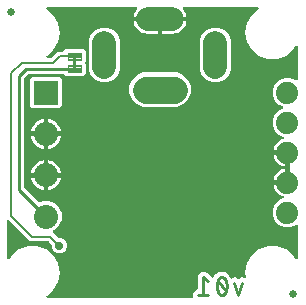
<source format=gbl>
G04 EAGLE Gerber RS-274X export*
G75*
%MOMM*%
%FSLAX34Y34*%
%LPD*%
%INBottom Copper*%
%IPPOS*%
%AMOC8*
5,1,8,0,0,1.08239X$1,22.5*%
G01*
%ADD10C,0.279400*%
%ADD11C,0.635000*%
%ADD12C,0.099059*%
%ADD13C,1.879600*%
%ADD14R,2.032000X2.032000*%
%ADD15C,2.032000*%
%ADD16C,2.000000*%
%ADD17C,2.300000*%
%ADD18C,0.736600*%
%ADD19C,0.705600*%
%ADD20C,0.203200*%
%ADD21C,0.254000*%

G36*
X160478Y4073D02*
X160478Y4073D01*
X160536Y4071D01*
X160618Y4093D01*
X160701Y4105D01*
X160755Y4128D01*
X160811Y4143D01*
X160884Y4186D01*
X160961Y4221D01*
X161005Y4259D01*
X161056Y4288D01*
X161113Y4350D01*
X161178Y4404D01*
X161210Y4453D01*
X161250Y4496D01*
X161288Y4571D01*
X161335Y4641D01*
X161353Y4697D01*
X161379Y4749D01*
X161391Y4817D01*
X161421Y4912D01*
X161424Y5012D01*
X161435Y5080D01*
X161435Y8319D01*
X164039Y10923D01*
X164583Y10923D01*
X164640Y10931D01*
X164699Y10929D01*
X164780Y10951D01*
X164864Y10963D01*
X164917Y10986D01*
X164974Y11001D01*
X165046Y11044D01*
X165123Y11079D01*
X165168Y11117D01*
X165218Y11146D01*
X165276Y11208D01*
X165340Y11262D01*
X165373Y11311D01*
X165413Y11354D01*
X165451Y11429D01*
X165498Y11499D01*
X165516Y11555D01*
X165542Y11607D01*
X165554Y11675D01*
X165584Y11770D01*
X165586Y11870D01*
X165598Y11938D01*
X165598Y21161D01*
X165589Y21224D01*
X165592Y21273D01*
X165421Y22810D01*
X165462Y22890D01*
X165479Y22916D01*
X165481Y22923D01*
X165520Y22989D01*
X165528Y23020D01*
X165542Y23048D01*
X165555Y23125D01*
X165591Y23264D01*
X165590Y23297D01*
X166686Y24393D01*
X166724Y24444D01*
X166761Y24476D01*
X167727Y25684D01*
X167816Y25713D01*
X167924Y25741D01*
X167951Y25757D01*
X167981Y25766D01*
X168045Y25812D01*
X168169Y25885D01*
X168192Y25909D01*
X169741Y25909D01*
X169804Y25918D01*
X169853Y25915D01*
X171390Y26086D01*
X171474Y26043D01*
X171570Y25986D01*
X171600Y25979D01*
X171628Y25964D01*
X171705Y25951D01*
X171845Y25915D01*
X171878Y25916D01*
X172973Y24820D01*
X173024Y24782D01*
X173057Y24746D01*
X177300Y21351D01*
X177378Y21305D01*
X177451Y21251D01*
X177500Y21233D01*
X177545Y21206D01*
X177633Y21183D01*
X177718Y21152D01*
X177770Y21148D01*
X177820Y21135D01*
X177911Y21137D01*
X178001Y21130D01*
X178052Y21141D01*
X178104Y21143D01*
X178191Y21170D01*
X178279Y21189D01*
X178326Y21213D01*
X178375Y21229D01*
X178451Y21279D01*
X178531Y21322D01*
X178568Y21358D01*
X178612Y21387D01*
X178670Y21456D01*
X178735Y21519D01*
X178757Y21559D01*
X178795Y21604D01*
X178858Y21746D01*
X178895Y21814D01*
X179338Y23105D01*
X183263Y25909D01*
X188087Y25909D01*
X192012Y23105D01*
X192685Y21142D01*
X192717Y21078D01*
X192733Y21027D01*
X192804Y20880D01*
X192879Y20769D01*
X192952Y20658D01*
X192958Y20652D01*
X192963Y20645D01*
X193066Y20559D01*
X193167Y20472D01*
X193174Y20468D01*
X193181Y20463D01*
X193303Y20409D01*
X193425Y20353D01*
X193433Y20352D01*
X193441Y20348D01*
X193573Y20330D01*
X193706Y20310D01*
X193714Y20311D01*
X193723Y20310D01*
X194004Y20352D01*
X194022Y20360D01*
X194037Y20362D01*
X196754Y21268D01*
X199289Y20000D01*
X199305Y19995D01*
X199319Y19985D01*
X199440Y19950D01*
X199558Y19910D01*
X199575Y19909D01*
X199592Y19904D01*
X199718Y19903D01*
X199842Y19898D01*
X199859Y19902D01*
X199876Y19902D01*
X199944Y19922D01*
X200119Y19965D01*
X200160Y19989D01*
X200197Y20000D01*
X202732Y21268D01*
X204984Y20517D01*
X205009Y20512D01*
X205032Y20502D01*
X205148Y20487D01*
X205263Y20466D01*
X205288Y20468D01*
X205313Y20465D01*
X205429Y20482D01*
X205546Y20494D01*
X205570Y20503D01*
X205595Y20507D01*
X205701Y20556D01*
X205810Y20600D01*
X205830Y20615D01*
X205853Y20626D01*
X205942Y20702D01*
X206035Y20774D01*
X206049Y20795D01*
X206068Y20811D01*
X206133Y20909D01*
X206202Y21004D01*
X206210Y21028D01*
X206224Y21049D01*
X206258Y21161D01*
X206298Y21272D01*
X206300Y21297D01*
X206307Y21321D01*
X206307Y21398D01*
X206317Y21555D01*
X206305Y21612D01*
X206305Y21656D01*
X205645Y25400D01*
X207029Y33251D01*
X211015Y40155D01*
X217122Y45280D01*
X224614Y48007D01*
X232586Y48007D01*
X240078Y45280D01*
X246185Y40156D01*
X248041Y36941D01*
X248053Y36926D01*
X248061Y36908D01*
X248140Y36814D01*
X248216Y36717D01*
X248232Y36706D01*
X248245Y36691D01*
X248347Y36623D01*
X248446Y36551D01*
X248465Y36544D01*
X248481Y36533D01*
X248598Y36496D01*
X248714Y36454D01*
X248734Y36453D01*
X248752Y36447D01*
X248875Y36444D01*
X248998Y36436D01*
X249017Y36441D01*
X249036Y36440D01*
X249155Y36471D01*
X249275Y36498D01*
X249293Y36507D01*
X249311Y36512D01*
X249417Y36574D01*
X249525Y36633D01*
X249539Y36647D01*
X249556Y36657D01*
X249640Y36747D01*
X249727Y36833D01*
X249737Y36850D01*
X249750Y36864D01*
X249806Y36974D01*
X249866Y37081D01*
X249871Y37100D01*
X249880Y37118D01*
X249892Y37190D01*
X249931Y37358D01*
X249929Y37409D01*
X249935Y37449D01*
X249935Y64785D01*
X249919Y64899D01*
X249909Y65013D01*
X249899Y65039D01*
X249895Y65067D01*
X249848Y65172D01*
X249807Y65279D01*
X249791Y65301D01*
X249779Y65326D01*
X249705Y65414D01*
X249636Y65505D01*
X249613Y65522D01*
X249596Y65543D01*
X249500Y65607D01*
X249408Y65675D01*
X249382Y65685D01*
X249359Y65701D01*
X249249Y65735D01*
X249142Y65776D01*
X249114Y65778D01*
X249088Y65786D01*
X248973Y65789D01*
X248859Y65799D01*
X248834Y65793D01*
X248804Y65794D01*
X248547Y65727D01*
X248531Y65723D01*
X243776Y63753D01*
X238824Y63753D01*
X234249Y65648D01*
X230748Y69149D01*
X228853Y73724D01*
X228853Y78676D01*
X230748Y83251D01*
X234249Y86752D01*
X237911Y88269D01*
X237971Y88304D01*
X238035Y88330D01*
X238093Y88376D01*
X238156Y88413D01*
X238204Y88463D01*
X238258Y88506D01*
X238301Y88566D01*
X238351Y88620D01*
X238383Y88681D01*
X238423Y88738D01*
X238448Y88807D01*
X238482Y88873D01*
X238495Y88940D01*
X238518Y89006D01*
X238522Y89079D01*
X238537Y89152D01*
X238531Y89220D01*
X238535Y89289D01*
X238519Y89361D01*
X238512Y89435D01*
X238487Y89499D01*
X238472Y89567D01*
X238437Y89631D01*
X238410Y89700D01*
X238368Y89755D01*
X238335Y89816D01*
X238283Y89868D01*
X238239Y89927D01*
X238183Y89968D01*
X238134Y90017D01*
X238079Y90046D01*
X238011Y90097D01*
X237903Y90138D01*
X237837Y90172D01*
X236717Y90536D01*
X235043Y91389D01*
X233522Y92494D01*
X232194Y93822D01*
X231089Y95343D01*
X230236Y97017D01*
X229655Y98804D01*
X229534Y99569D01*
X240284Y99569D01*
X240342Y99577D01*
X240400Y99575D01*
X240482Y99597D01*
X240565Y99609D01*
X240619Y99633D01*
X240675Y99647D01*
X240748Y99690D01*
X240825Y99725D01*
X240869Y99763D01*
X240920Y99793D01*
X240977Y99854D01*
X241042Y99909D01*
X241074Y99957D01*
X241114Y100000D01*
X241153Y100075D01*
X241199Y100145D01*
X241217Y100201D01*
X241244Y100253D01*
X241255Y100321D01*
X241285Y100416D01*
X241288Y100516D01*
X241299Y100584D01*
X241299Y101601D01*
X242316Y101601D01*
X242374Y101609D01*
X242432Y101608D01*
X242514Y101629D01*
X242597Y101641D01*
X242651Y101665D01*
X242707Y101679D01*
X242780Y101722D01*
X242857Y101757D01*
X242902Y101795D01*
X242952Y101825D01*
X243010Y101886D01*
X243074Y101941D01*
X243106Y101989D01*
X243146Y102032D01*
X243185Y102107D01*
X243231Y102177D01*
X243249Y102233D01*
X243276Y102285D01*
X243287Y102353D01*
X243317Y102448D01*
X243320Y102548D01*
X243331Y102616D01*
X243331Y125984D01*
X243323Y126042D01*
X243325Y126100D01*
X243303Y126182D01*
X243291Y126265D01*
X243267Y126319D01*
X243253Y126375D01*
X243210Y126448D01*
X243175Y126525D01*
X243137Y126569D01*
X243107Y126620D01*
X243046Y126677D01*
X242991Y126742D01*
X242943Y126774D01*
X242900Y126814D01*
X242825Y126853D01*
X242755Y126899D01*
X242699Y126917D01*
X242647Y126944D01*
X242579Y126955D01*
X242484Y126985D01*
X242384Y126988D01*
X242316Y126999D01*
X241299Y126999D01*
X241299Y128016D01*
X241291Y128074D01*
X241292Y128132D01*
X241271Y128214D01*
X241259Y128297D01*
X241235Y128351D01*
X241221Y128407D01*
X241178Y128480D01*
X241143Y128557D01*
X241105Y128602D01*
X241075Y128652D01*
X241014Y128710D01*
X240959Y128774D01*
X240911Y128806D01*
X240868Y128846D01*
X240793Y128885D01*
X240723Y128931D01*
X240667Y128949D01*
X240615Y128976D01*
X240547Y128987D01*
X240452Y129017D01*
X240352Y129020D01*
X240284Y129031D01*
X229534Y129031D01*
X229655Y129796D01*
X230236Y131583D01*
X231089Y133257D01*
X232194Y134778D01*
X233522Y136106D01*
X235043Y137211D01*
X236717Y138064D01*
X237837Y138428D01*
X237899Y138458D01*
X237965Y138479D01*
X238026Y138520D01*
X238092Y138553D01*
X238143Y138599D01*
X238201Y138638D01*
X238248Y138694D01*
X238303Y138743D01*
X238339Y138802D01*
X238384Y138855D01*
X238414Y138922D01*
X238453Y138985D01*
X238471Y139052D01*
X238499Y139115D01*
X238509Y139188D01*
X238529Y139259D01*
X238529Y139328D01*
X238538Y139397D01*
X238528Y139469D01*
X238527Y139543D01*
X238507Y139610D01*
X238498Y139678D01*
X238467Y139745D01*
X238446Y139816D01*
X238409Y139874D01*
X238380Y139937D01*
X238333Y139993D01*
X238293Y140055D01*
X238241Y140101D01*
X238196Y140153D01*
X238143Y140186D01*
X238079Y140243D01*
X237975Y140292D01*
X237911Y140331D01*
X234249Y141848D01*
X230748Y145349D01*
X228853Y149924D01*
X228853Y154876D01*
X230748Y159451D01*
X234249Y162952D01*
X237171Y164162D01*
X237196Y164177D01*
X237224Y164186D01*
X237319Y164249D01*
X237416Y164307D01*
X237436Y164328D01*
X237461Y164344D01*
X237534Y164431D01*
X237611Y164513D01*
X237625Y164539D01*
X237644Y164562D01*
X237690Y164665D01*
X237741Y164766D01*
X237747Y164795D01*
X237759Y164822D01*
X237775Y164934D01*
X237796Y165045D01*
X237794Y165074D01*
X237798Y165103D01*
X237782Y165215D01*
X237772Y165328D01*
X237761Y165355D01*
X237757Y165385D01*
X237711Y165488D01*
X237670Y165593D01*
X237652Y165617D01*
X237640Y165644D01*
X237567Y165730D01*
X237498Y165820D01*
X237475Y165838D01*
X237456Y165860D01*
X237389Y165902D01*
X237271Y165990D01*
X237212Y166012D01*
X237171Y166038D01*
X234249Y167248D01*
X230748Y170749D01*
X228853Y175324D01*
X228853Y180276D01*
X230748Y184851D01*
X234249Y188352D01*
X238824Y190247D01*
X243776Y190247D01*
X248531Y188277D01*
X248643Y188248D01*
X248752Y188214D01*
X248780Y188213D01*
X248807Y188206D01*
X248921Y188209D01*
X249036Y188206D01*
X249063Y188213D01*
X249091Y188214D01*
X249200Y188249D01*
X249311Y188278D01*
X249335Y188292D01*
X249362Y188301D01*
X249457Y188365D01*
X249556Y188423D01*
X249575Y188444D01*
X249598Y188459D01*
X249672Y188547D01*
X249750Y188631D01*
X249763Y188655D01*
X249781Y188677D01*
X249827Y188781D01*
X249880Y188884D01*
X249884Y188908D01*
X249896Y188936D01*
X249933Y189200D01*
X249935Y189215D01*
X249935Y216551D01*
X249933Y216571D01*
X249935Y216590D01*
X249913Y216711D01*
X249895Y216833D01*
X249887Y216851D01*
X249884Y216870D01*
X249829Y216980D01*
X249779Y217092D01*
X249767Y217107D01*
X249758Y217125D01*
X249675Y217216D01*
X249596Y217309D01*
X249579Y217320D01*
X249566Y217335D01*
X249461Y217399D01*
X249359Y217467D01*
X249340Y217473D01*
X249324Y217483D01*
X249205Y217516D01*
X249088Y217553D01*
X249068Y217553D01*
X249049Y217558D01*
X248927Y217557D01*
X248804Y217560D01*
X248785Y217555D01*
X248765Y217555D01*
X248647Y217519D01*
X248529Y217488D01*
X248512Y217478D01*
X248493Y217472D01*
X248390Y217406D01*
X248284Y217343D01*
X248271Y217329D01*
X248254Y217318D01*
X248208Y217261D01*
X248090Y217136D01*
X248066Y217090D01*
X248041Y217059D01*
X246185Y213844D01*
X240078Y208720D01*
X232586Y205993D01*
X224614Y205993D01*
X217122Y208720D01*
X211015Y213844D01*
X207029Y220749D01*
X205645Y228600D01*
X207029Y236451D01*
X211015Y243355D01*
X216720Y248142D01*
X216769Y248197D01*
X216825Y248245D01*
X216864Y248302D01*
X216910Y248354D01*
X216942Y248420D01*
X216983Y248481D01*
X217004Y248547D01*
X217034Y248610D01*
X217046Y248682D01*
X217068Y248752D01*
X217070Y248821D01*
X217082Y248890D01*
X217074Y248963D01*
X217076Y249036D01*
X217058Y249103D01*
X217051Y249172D01*
X217023Y249240D01*
X217004Y249311D01*
X216969Y249371D01*
X216942Y249435D01*
X216896Y249493D01*
X216859Y249556D01*
X216808Y249603D01*
X216765Y249657D01*
X216705Y249700D01*
X216651Y249750D01*
X216590Y249782D01*
X216533Y249822D01*
X216464Y249846D01*
X216398Y249880D01*
X216340Y249890D01*
X216265Y249916D01*
X216143Y249923D01*
X216067Y249935D01*
X153631Y249935D01*
X153602Y249931D01*
X153572Y249934D01*
X153461Y249911D01*
X153350Y249895D01*
X153323Y249883D01*
X153294Y249878D01*
X153193Y249826D01*
X153090Y249779D01*
X153068Y249760D01*
X153041Y249747D01*
X152960Y249669D01*
X152873Y249596D01*
X152857Y249571D01*
X152835Y249551D01*
X152778Y249453D01*
X152716Y249359D01*
X152707Y249331D01*
X152692Y249305D01*
X152664Y249196D01*
X152630Y249088D01*
X152629Y249058D01*
X152622Y249030D01*
X152625Y248917D01*
X152622Y248804D01*
X152630Y248775D01*
X152631Y248746D01*
X152666Y248638D01*
X152694Y248529D01*
X152709Y248503D01*
X152718Y248475D01*
X152764Y248411D01*
X152840Y248284D01*
X152885Y248241D01*
X152913Y248202D01*
X152916Y248200D01*
X154076Y246603D01*
X154972Y244844D01*
X155582Y242967D01*
X155725Y242061D01*
X134366Y242061D01*
X134308Y242053D01*
X134250Y242055D01*
X134168Y242033D01*
X134085Y242021D01*
X134031Y241997D01*
X133975Y241983D01*
X133902Y241940D01*
X133825Y241905D01*
X133781Y241867D01*
X133730Y241837D01*
X133673Y241776D01*
X133608Y241721D01*
X133576Y241673D01*
X133536Y241630D01*
X133497Y241555D01*
X133451Y241485D01*
X133433Y241429D01*
X133406Y241377D01*
X133395Y241309D01*
X133365Y241214D01*
X133362Y241114D01*
X133351Y241046D01*
X133351Y240029D01*
X133349Y240029D01*
X133349Y241046D01*
X133341Y241104D01*
X133342Y241162D01*
X133321Y241244D01*
X133309Y241327D01*
X133285Y241381D01*
X133271Y241437D01*
X133228Y241510D01*
X133193Y241587D01*
X133155Y241632D01*
X133125Y241682D01*
X133064Y241740D01*
X133009Y241804D01*
X132961Y241836D01*
X132918Y241876D01*
X132843Y241915D01*
X132773Y241961D01*
X132717Y241979D01*
X132665Y242006D01*
X132597Y242017D01*
X132502Y242047D01*
X132402Y242050D01*
X132334Y242061D01*
X110975Y242061D01*
X111118Y242967D01*
X111728Y244844D01*
X112624Y246603D01*
X113784Y248200D01*
X113787Y248202D01*
X113804Y248225D01*
X113827Y248245D01*
X113890Y248339D01*
X113958Y248429D01*
X113968Y248457D01*
X113984Y248481D01*
X114019Y248589D01*
X114059Y248695D01*
X114061Y248724D01*
X114070Y248752D01*
X114073Y248865D01*
X114083Y248978D01*
X114077Y249007D01*
X114078Y249036D01*
X114049Y249146D01*
X114027Y249257D01*
X114013Y249283D01*
X114006Y249311D01*
X113948Y249409D01*
X113896Y249509D01*
X113876Y249530D01*
X113860Y249556D01*
X113778Y249633D01*
X113700Y249715D01*
X113675Y249730D01*
X113653Y249750D01*
X113552Y249802D01*
X113455Y249859D01*
X113426Y249866D01*
X113400Y249880D01*
X113323Y249893D01*
X113179Y249929D01*
X113117Y249927D01*
X113069Y249935D01*
X37933Y249935D01*
X37860Y249925D01*
X37786Y249925D01*
X37720Y249905D01*
X37651Y249895D01*
X37584Y249865D01*
X37514Y249845D01*
X37455Y249808D01*
X37392Y249779D01*
X37336Y249732D01*
X37274Y249692D01*
X37228Y249640D01*
X37175Y249596D01*
X37134Y249534D01*
X37085Y249479D01*
X37056Y249417D01*
X37017Y249359D01*
X36995Y249289D01*
X36964Y249222D01*
X36952Y249154D01*
X36932Y249088D01*
X36930Y249014D01*
X36918Y248942D01*
X36926Y248873D01*
X36924Y248804D01*
X36943Y248733D01*
X36952Y248659D01*
X36979Y248596D01*
X36996Y248529D01*
X37034Y248465D01*
X37062Y248398D01*
X37101Y248353D01*
X37141Y248284D01*
X37231Y248200D01*
X37280Y248142D01*
X42985Y243356D01*
X46971Y236451D01*
X48355Y228600D01*
X46971Y220749D01*
X42985Y213845D01*
X37280Y209058D01*
X37231Y209003D01*
X37175Y208955D01*
X37136Y208898D01*
X37090Y208846D01*
X37058Y208780D01*
X37017Y208719D01*
X36996Y208653D01*
X36966Y208590D01*
X36954Y208518D01*
X36932Y208448D01*
X36930Y208379D01*
X36918Y208310D01*
X36926Y208237D01*
X36924Y208164D01*
X36942Y208097D01*
X36949Y208028D01*
X36977Y207960D01*
X36996Y207889D01*
X37031Y207829D01*
X37058Y207765D01*
X37104Y207707D01*
X37141Y207644D01*
X37192Y207597D01*
X37235Y207543D01*
X37295Y207500D01*
X37349Y207450D01*
X37410Y207418D01*
X37467Y207378D01*
X37536Y207354D01*
X37602Y207320D01*
X37660Y207310D01*
X37735Y207284D01*
X37857Y207277D01*
X37933Y207265D01*
X41076Y207265D01*
X41162Y207277D01*
X41250Y207280D01*
X41302Y207297D01*
X41357Y207305D01*
X41437Y207340D01*
X41520Y207367D01*
X41560Y207395D01*
X41617Y207421D01*
X41730Y207517D01*
X41794Y207562D01*
X46703Y212472D01*
X50931Y212472D01*
X51017Y212484D01*
X51105Y212487D01*
X51157Y212504D01*
X51212Y212512D01*
X51292Y212547D01*
X51375Y212574D01*
X51415Y212602D01*
X51472Y212628D01*
X51585Y212724D01*
X51649Y212769D01*
X53637Y214758D01*
X68283Y214758D01*
X70359Y212682D01*
X70359Y204132D01*
X70144Y203918D01*
X70109Y203871D01*
X70067Y203831D01*
X70024Y203758D01*
X69973Y203691D01*
X69953Y203636D01*
X69923Y203586D01*
X69902Y203504D01*
X69872Y203425D01*
X69867Y203367D01*
X69853Y203310D01*
X69856Y203226D01*
X69849Y203142D01*
X69860Y203084D01*
X69862Y203026D01*
X69888Y202946D01*
X69905Y202863D01*
X69931Y202811D01*
X69949Y202755D01*
X69989Y202699D01*
X70035Y202611D01*
X70104Y202538D01*
X70144Y202482D01*
X70359Y202268D01*
X70359Y193718D01*
X68283Y191642D01*
X53637Y191642D01*
X51903Y193377D01*
X51833Y193429D01*
X51769Y193489D01*
X51720Y193515D01*
X51675Y193548D01*
X51594Y193579D01*
X51516Y193619D01*
X51468Y193627D01*
X51410Y193649D01*
X51262Y193661D01*
X51185Y193674D01*
X22402Y193674D01*
X22316Y193662D01*
X22228Y193659D01*
X22176Y193642D01*
X22121Y193634D01*
X22041Y193599D01*
X21958Y193572D01*
X21919Y193544D01*
X21862Y193518D01*
X21748Y193422D01*
X21685Y193377D01*
X18586Y190278D01*
X18534Y190209D01*
X18474Y190145D01*
X18448Y190095D01*
X18415Y190051D01*
X18384Y189970D01*
X18344Y189892D01*
X18336Y189844D01*
X18314Y189786D01*
X18302Y189638D01*
X18289Y189561D01*
X18289Y97869D01*
X18301Y97783D01*
X18304Y97695D01*
X18321Y97643D01*
X18329Y97588D01*
X18364Y97508D01*
X18391Y97425D01*
X18419Y97386D01*
X18445Y97329D01*
X18541Y97215D01*
X18586Y97152D01*
X30560Y85178D01*
X30561Y85177D01*
X30562Y85176D01*
X30675Y85091D01*
X30787Y85007D01*
X30788Y85007D01*
X30789Y85006D01*
X30921Y84956D01*
X31052Y84906D01*
X31054Y84906D01*
X31055Y84905D01*
X31200Y84894D01*
X31336Y84882D01*
X31337Y84883D01*
X31339Y84883D01*
X31354Y84886D01*
X31614Y84938D01*
X31642Y84952D01*
X31666Y84958D01*
X34203Y86009D01*
X39457Y86009D01*
X44312Y83998D01*
X48028Y80282D01*
X50039Y75427D01*
X50039Y70173D01*
X48028Y65318D01*
X44312Y61602D01*
X43138Y61116D01*
X43039Y61057D01*
X42937Y61004D01*
X42917Y60985D01*
X42893Y60971D01*
X42814Y60888D01*
X42731Y60809D01*
X42717Y60785D01*
X42698Y60765D01*
X42645Y60662D01*
X42587Y60563D01*
X42580Y60537D01*
X42568Y60512D01*
X42545Y60399D01*
X42517Y60288D01*
X42518Y60260D01*
X42513Y60233D01*
X42522Y60119D01*
X42526Y60004D01*
X42535Y59977D01*
X42537Y59950D01*
X42578Y59843D01*
X42614Y59733D01*
X42628Y59713D01*
X42639Y59684D01*
X42799Y59473D01*
X42808Y59460D01*
X45002Y57266D01*
X46979Y55289D01*
X47049Y55237D01*
X47113Y55177D01*
X47162Y55151D01*
X47207Y55118D01*
X47288Y55087D01*
X47366Y55047D01*
X47414Y55039D01*
X47472Y55017D01*
X47620Y55005D01*
X47697Y54992D01*
X49599Y54992D01*
X52073Y53967D01*
X53967Y52073D01*
X54992Y49599D01*
X54992Y46921D01*
X53967Y44447D01*
X52073Y42553D01*
X49599Y41528D01*
X46921Y41528D01*
X44447Y42553D01*
X42553Y44447D01*
X41528Y46921D01*
X41528Y48823D01*
X41516Y48909D01*
X41513Y48997D01*
X41496Y49049D01*
X41488Y49104D01*
X41453Y49184D01*
X41426Y49267D01*
X41398Y49307D01*
X41372Y49364D01*
X41276Y49477D01*
X41231Y49541D01*
X39254Y51518D01*
X39184Y51570D01*
X39120Y51630D01*
X39071Y51656D01*
X39026Y51689D01*
X38945Y51720D01*
X38867Y51760D01*
X38819Y51768D01*
X38761Y51790D01*
X38613Y51802D01*
X38536Y51815D01*
X23716Y51815D01*
X21038Y54494D01*
X5798Y69734D01*
X5774Y69751D01*
X5755Y69774D01*
X5661Y69837D01*
X5571Y69905D01*
X5543Y69915D01*
X5519Y69931D01*
X5411Y69966D01*
X5305Y70006D01*
X5276Y70008D01*
X5248Y70017D01*
X5134Y70020D01*
X5022Y70029D01*
X4993Y70024D01*
X4964Y70024D01*
X4854Y69996D01*
X4743Y69974D01*
X4717Y69960D01*
X4689Y69953D01*
X4591Y69895D01*
X4491Y69843D01*
X4469Y69822D01*
X4444Y69807D01*
X4367Y69725D01*
X4285Y69647D01*
X4270Y69621D01*
X4250Y69600D01*
X4198Y69499D01*
X4141Y69401D01*
X4134Y69373D01*
X4120Y69347D01*
X4107Y69270D01*
X4071Y69126D01*
X4073Y69063D01*
X4065Y69016D01*
X4065Y37449D01*
X4067Y37429D01*
X4065Y37410D01*
X4087Y37289D01*
X4105Y37167D01*
X4113Y37149D01*
X4116Y37130D01*
X4171Y37020D01*
X4221Y36908D01*
X4233Y36893D01*
X4242Y36875D01*
X4325Y36784D01*
X4404Y36691D01*
X4421Y36680D01*
X4434Y36665D01*
X4539Y36601D01*
X4641Y36533D01*
X4660Y36527D01*
X4676Y36517D01*
X4795Y36484D01*
X4912Y36447D01*
X4932Y36447D01*
X4951Y36442D01*
X5073Y36443D01*
X5196Y36440D01*
X5215Y36445D01*
X5235Y36445D01*
X5353Y36481D01*
X5471Y36512D01*
X5488Y36522D01*
X5507Y36528D01*
X5610Y36594D01*
X5716Y36657D01*
X5729Y36671D01*
X5746Y36682D01*
X5792Y36739D01*
X5910Y36864D01*
X5934Y36910D01*
X5959Y36941D01*
X7815Y40156D01*
X13922Y45280D01*
X21414Y48007D01*
X29386Y48007D01*
X36878Y45280D01*
X42985Y40156D01*
X46971Y33251D01*
X48355Y25400D01*
X46971Y17549D01*
X42985Y10645D01*
X37280Y5858D01*
X37231Y5803D01*
X37175Y5755D01*
X37136Y5698D01*
X37090Y5646D01*
X37058Y5580D01*
X37017Y5519D01*
X36996Y5453D01*
X36966Y5390D01*
X36954Y5318D01*
X36932Y5248D01*
X36930Y5179D01*
X36918Y5110D01*
X36926Y5037D01*
X36924Y4964D01*
X36942Y4897D01*
X36949Y4828D01*
X36977Y4760D01*
X36996Y4689D01*
X37031Y4629D01*
X37058Y4565D01*
X37104Y4507D01*
X37141Y4444D01*
X37192Y4397D01*
X37235Y4343D01*
X37295Y4300D01*
X37349Y4250D01*
X37410Y4218D01*
X37467Y4178D01*
X37536Y4154D01*
X37602Y4120D01*
X37660Y4110D01*
X37735Y4084D01*
X37857Y4077D01*
X37933Y4065D01*
X160420Y4065D01*
X160478Y4073D01*
G37*
%LPC*%
G36*
X118956Y165791D02*
X118956Y165791D01*
X113609Y168006D01*
X109516Y172099D01*
X107301Y177446D01*
X107301Y183234D01*
X109516Y188581D01*
X113609Y192674D01*
X118956Y194889D01*
X147744Y194889D01*
X153091Y192674D01*
X157184Y188581D01*
X159399Y183234D01*
X159399Y177446D01*
X157184Y172099D01*
X153091Y168006D01*
X147744Y165791D01*
X118956Y165791D01*
G37*
%LPD*%
%LPC*%
G36*
X177744Y186501D02*
X177744Y186501D01*
X172948Y188488D01*
X169278Y192158D01*
X167291Y196954D01*
X167291Y222146D01*
X169278Y226942D01*
X172948Y230612D01*
X177744Y232599D01*
X182936Y232599D01*
X187732Y230612D01*
X191402Y226942D01*
X193389Y222146D01*
X193389Y196954D01*
X191402Y192158D01*
X187732Y188488D01*
X182936Y186501D01*
X177744Y186501D01*
G37*
%LPD*%
%LPC*%
G36*
X83764Y186501D02*
X83764Y186501D01*
X78968Y188488D01*
X75298Y192158D01*
X73311Y196954D01*
X73311Y222146D01*
X75298Y226942D01*
X78968Y230612D01*
X83764Y232599D01*
X88956Y232599D01*
X93752Y230612D01*
X97422Y226942D01*
X99409Y222146D01*
X99409Y196954D01*
X97422Y192158D01*
X93752Y188488D01*
X88956Y186501D01*
X83764Y186501D01*
G37*
%LPD*%
%LPC*%
G36*
X25407Y164591D02*
X25407Y164591D01*
X23621Y166377D01*
X23621Y189223D01*
X25407Y191009D01*
X48253Y191009D01*
X50039Y189223D01*
X50039Y166377D01*
X48253Y164591D01*
X25407Y164591D01*
G37*
%LPD*%
%LPC*%
G36*
X135381Y227489D02*
X135381Y227489D01*
X135381Y237999D01*
X155725Y237999D01*
X155582Y237093D01*
X154972Y235216D01*
X154076Y233457D01*
X152915Y231860D01*
X151520Y230465D01*
X149923Y229304D01*
X148164Y228408D01*
X146287Y227798D01*
X144337Y227489D01*
X135381Y227489D01*
G37*
%LPD*%
%LPC*%
G36*
X122363Y227489D02*
X122363Y227489D01*
X120413Y227798D01*
X118536Y228408D01*
X116777Y229304D01*
X115180Y230465D01*
X113785Y231860D01*
X112624Y233457D01*
X111728Y235216D01*
X111118Y237093D01*
X110975Y237999D01*
X131319Y237999D01*
X131319Y227489D01*
X122363Y227489D01*
G37*
%LPD*%
%LPC*%
G36*
X38861Y144831D02*
X38861Y144831D01*
X38861Y155337D01*
X39804Y155188D01*
X41705Y154570D01*
X43487Y153663D01*
X45104Y152488D01*
X46518Y151074D01*
X47693Y149457D01*
X48600Y147675D01*
X49218Y145774D01*
X49367Y144831D01*
X38861Y144831D01*
G37*
%LPD*%
%LPC*%
G36*
X38861Y109831D02*
X38861Y109831D01*
X38861Y120337D01*
X39804Y120188D01*
X41705Y119570D01*
X43487Y118663D01*
X45104Y117488D01*
X46518Y116074D01*
X47693Y114457D01*
X48600Y112675D01*
X49218Y110774D01*
X49367Y109831D01*
X38861Y109831D01*
G37*
%LPD*%
%LPC*%
G36*
X24293Y144831D02*
X24293Y144831D01*
X24442Y145774D01*
X25060Y147675D01*
X25967Y149457D01*
X27142Y151074D01*
X28556Y152488D01*
X30173Y153663D01*
X31955Y154570D01*
X33856Y155188D01*
X34799Y155337D01*
X34799Y144831D01*
X24293Y144831D01*
G37*
%LPD*%
%LPC*%
G36*
X38861Y140769D02*
X38861Y140769D01*
X49367Y140769D01*
X49218Y139826D01*
X48600Y137925D01*
X47693Y136143D01*
X46518Y134526D01*
X45104Y133112D01*
X43487Y131937D01*
X41705Y131030D01*
X39804Y130412D01*
X38861Y130263D01*
X38861Y140769D01*
G37*
%LPD*%
%LPC*%
G36*
X24293Y109831D02*
X24293Y109831D01*
X24442Y110774D01*
X25060Y112675D01*
X25967Y114457D01*
X27142Y116074D01*
X28556Y117488D01*
X30173Y118663D01*
X31955Y119570D01*
X33856Y120188D01*
X34799Y120337D01*
X34799Y109831D01*
X24293Y109831D01*
G37*
%LPD*%
%LPC*%
G36*
X38861Y105769D02*
X38861Y105769D01*
X49367Y105769D01*
X49218Y104826D01*
X48600Y102925D01*
X47693Y101143D01*
X46518Y99526D01*
X45104Y98112D01*
X43487Y96937D01*
X41705Y96030D01*
X39804Y95412D01*
X38861Y95263D01*
X38861Y105769D01*
G37*
%LPD*%
%LPC*%
G36*
X33856Y130412D02*
X33856Y130412D01*
X31955Y131030D01*
X30173Y131937D01*
X28556Y133112D01*
X27142Y134526D01*
X25967Y136143D01*
X25060Y137925D01*
X24442Y139826D01*
X24293Y140769D01*
X34799Y140769D01*
X34799Y130263D01*
X33856Y130412D01*
G37*
%LPD*%
%LPC*%
G36*
X33856Y95412D02*
X33856Y95412D01*
X31955Y96030D01*
X30173Y96937D01*
X28556Y98112D01*
X27142Y99526D01*
X25967Y101143D01*
X25060Y102925D01*
X24442Y104826D01*
X24293Y105769D01*
X34799Y105769D01*
X34799Y95263D01*
X33856Y95412D01*
G37*
%LPD*%
%LPC*%
G36*
X229534Y103631D02*
X229534Y103631D01*
X229655Y104396D01*
X230236Y106183D01*
X231089Y107857D01*
X232194Y109378D01*
X233522Y110706D01*
X235043Y111811D01*
X236717Y112664D01*
X238504Y113245D01*
X238836Y113297D01*
X238956Y113334D01*
X239077Y113367D01*
X239091Y113376D01*
X239108Y113381D01*
X239213Y113449D01*
X239269Y113483D01*
X239269Y103631D01*
X229534Y103631D01*
G37*
%LPD*%
%LPC*%
G36*
X239255Y115122D02*
X239255Y115122D01*
X239154Y115196D01*
X239139Y115201D01*
X239124Y115212D01*
X238854Y115300D01*
X238845Y115300D01*
X238836Y115303D01*
X238504Y115355D01*
X236717Y115936D01*
X235043Y116789D01*
X233522Y117894D01*
X232194Y119222D01*
X231089Y120743D01*
X230236Y122417D01*
X229655Y124204D01*
X229534Y124969D01*
X239269Y124969D01*
X239269Y115113D01*
X239255Y115122D01*
G37*
%LPD*%
G36*
X62249Y196164D02*
X62249Y196164D01*
X62271Y196168D01*
X62278Y196183D01*
X62287Y196189D01*
X62286Y196199D01*
X62293Y196215D01*
X62293Y210185D01*
X62281Y210204D01*
X62277Y210226D01*
X62262Y210233D01*
X62256Y210242D01*
X62246Y210241D01*
X62230Y210248D01*
X59690Y210248D01*
X59671Y210236D01*
X59649Y210232D01*
X59642Y210217D01*
X59633Y210211D01*
X59634Y210201D01*
X59627Y210185D01*
X59627Y196215D01*
X59639Y196196D01*
X59643Y196174D01*
X59658Y196167D01*
X59664Y196158D01*
X59674Y196159D01*
X59690Y196152D01*
X62230Y196152D01*
X62249Y196164D01*
G37*
%LPC*%
G36*
X36829Y142799D02*
X36829Y142799D01*
X36829Y142801D01*
X36831Y142801D01*
X36831Y142799D01*
X36829Y142799D01*
G37*
%LPD*%
%LPC*%
G36*
X36829Y107799D02*
X36829Y107799D01*
X36829Y107801D01*
X36831Y107801D01*
X36831Y107799D01*
X36829Y107799D01*
G37*
%LPD*%
D10*
X203073Y16468D02*
X199743Y6477D01*
X196413Y16468D01*
X189838Y13970D02*
X189834Y14265D01*
X189824Y14559D01*
X189806Y14854D01*
X189782Y15148D01*
X189750Y15441D01*
X189712Y15733D01*
X189666Y16024D01*
X189613Y16314D01*
X189554Y16603D01*
X189488Y16890D01*
X189415Y17176D01*
X189335Y17460D01*
X189248Y17742D01*
X189155Y18021D01*
X189055Y18299D01*
X188948Y18573D01*
X188835Y18846D01*
X188715Y19115D01*
X188589Y19382D01*
X188551Y19485D01*
X188510Y19586D01*
X188466Y19685D01*
X188418Y19784D01*
X188367Y19880D01*
X188312Y19974D01*
X188254Y20067D01*
X188193Y20157D01*
X188128Y20245D01*
X188061Y20331D01*
X187990Y20414D01*
X187917Y20495D01*
X187841Y20573D01*
X187762Y20649D01*
X187680Y20721D01*
X187596Y20791D01*
X187509Y20857D01*
X187421Y20921D01*
X187330Y20981D01*
X187236Y21038D01*
X187141Y21092D01*
X187044Y21142D01*
X186946Y21189D01*
X186846Y21232D01*
X186744Y21272D01*
X186641Y21308D01*
X186537Y21340D01*
X186431Y21369D01*
X186325Y21394D01*
X186218Y21415D01*
X186110Y21432D01*
X186002Y21446D01*
X185893Y21455D01*
X185784Y21461D01*
X185675Y21463D01*
X185566Y21461D01*
X185457Y21455D01*
X185348Y21446D01*
X185240Y21432D01*
X185132Y21415D01*
X185025Y21394D01*
X184918Y21369D01*
X184813Y21340D01*
X184709Y21308D01*
X184606Y21272D01*
X184504Y21232D01*
X184404Y21189D01*
X184305Y21142D01*
X184208Y21091D01*
X184113Y21038D01*
X184020Y20981D01*
X183929Y20920D01*
X183840Y20857D01*
X183754Y20790D01*
X183669Y20721D01*
X183588Y20648D01*
X183509Y20573D01*
X183433Y20495D01*
X183359Y20414D01*
X183289Y20331D01*
X183221Y20245D01*
X183156Y20157D01*
X183095Y20066D01*
X183037Y19974D01*
X182982Y19879D01*
X182931Y19783D01*
X182883Y19685D01*
X182839Y19585D01*
X182798Y19484D01*
X182761Y19381D01*
X182761Y19382D02*
X182635Y19115D01*
X182515Y18846D01*
X182402Y18573D01*
X182295Y18299D01*
X182195Y18021D01*
X182102Y17742D01*
X182015Y17460D01*
X181935Y17176D01*
X181862Y16890D01*
X181796Y16603D01*
X181737Y16314D01*
X181684Y16024D01*
X181638Y15733D01*
X181600Y15441D01*
X181568Y15148D01*
X181544Y14854D01*
X181526Y14559D01*
X181516Y14265D01*
X181512Y13970D01*
X189838Y13970D02*
X189834Y13675D01*
X189824Y13381D01*
X189806Y13086D01*
X189782Y12792D01*
X189750Y12499D01*
X189712Y12207D01*
X189666Y11916D01*
X189613Y11626D01*
X189554Y11337D01*
X189488Y11050D01*
X189415Y10764D01*
X189335Y10480D01*
X189248Y10198D01*
X189155Y9919D01*
X189055Y9641D01*
X188948Y9367D01*
X188835Y9094D01*
X188715Y8825D01*
X188589Y8558D01*
X188551Y8455D01*
X188510Y8354D01*
X188466Y8255D01*
X188418Y8156D01*
X188367Y8060D01*
X188312Y7966D01*
X188254Y7873D01*
X188193Y7783D01*
X188128Y7695D01*
X188061Y7609D01*
X187990Y7526D01*
X187917Y7445D01*
X187841Y7367D01*
X187762Y7291D01*
X187680Y7219D01*
X187596Y7149D01*
X187509Y7083D01*
X187421Y7019D01*
X187330Y6959D01*
X187236Y6902D01*
X187141Y6848D01*
X187044Y6798D01*
X186946Y6751D01*
X186846Y6708D01*
X186744Y6668D01*
X186641Y6632D01*
X186537Y6600D01*
X186431Y6571D01*
X186325Y6546D01*
X186218Y6525D01*
X186110Y6508D01*
X186002Y6494D01*
X185893Y6485D01*
X185784Y6479D01*
X185675Y6477D01*
X182761Y8558D02*
X182635Y8825D01*
X182515Y9094D01*
X182402Y9367D01*
X182295Y9641D01*
X182195Y9919D01*
X182102Y10198D01*
X182015Y10480D01*
X181935Y10764D01*
X181862Y11050D01*
X181796Y11337D01*
X181737Y11626D01*
X181684Y11916D01*
X181638Y12207D01*
X181600Y12499D01*
X181568Y12792D01*
X181544Y13086D01*
X181526Y13381D01*
X181516Y13675D01*
X181512Y13970D01*
X182761Y8559D02*
X182798Y8456D01*
X182839Y8355D01*
X182883Y8255D01*
X182931Y8157D01*
X182982Y8061D01*
X183037Y7966D01*
X183095Y7874D01*
X183156Y7783D01*
X183221Y7695D01*
X183289Y7609D01*
X183359Y7526D01*
X183433Y7445D01*
X183509Y7367D01*
X183588Y7292D01*
X183669Y7219D01*
X183754Y7150D01*
X183840Y7083D01*
X183929Y7020D01*
X184020Y6959D01*
X184113Y6902D01*
X184208Y6849D01*
X184305Y6798D01*
X184404Y6751D01*
X184504Y6708D01*
X184606Y6668D01*
X184709Y6632D01*
X184813Y6600D01*
X184918Y6571D01*
X185025Y6546D01*
X185132Y6525D01*
X185240Y6508D01*
X185348Y6494D01*
X185457Y6485D01*
X185566Y6479D01*
X185675Y6477D01*
X189005Y9807D02*
X182344Y18133D01*
X174206Y18133D02*
X170044Y21463D01*
X170044Y6477D01*
X174206Y6477D02*
X165881Y6477D01*
D11*
X246380Y7620D03*
X7620Y246380D03*
D12*
X55105Y211214D02*
X55105Y205600D01*
X55105Y211214D02*
X66815Y211214D01*
X66815Y205600D01*
X55105Y205600D01*
X55105Y206541D02*
X66815Y206541D01*
X66815Y207482D02*
X55105Y207482D01*
X55105Y208423D02*
X66815Y208423D01*
X66815Y209364D02*
X55105Y209364D01*
X55105Y210305D02*
X66815Y210305D01*
X55105Y200800D02*
X55105Y195186D01*
X55105Y200800D02*
X66815Y200800D01*
X66815Y195186D01*
X55105Y195186D01*
X55105Y196127D02*
X66815Y196127D01*
X66815Y197068D02*
X55105Y197068D01*
X55105Y198009D02*
X66815Y198009D01*
X66815Y198950D02*
X55105Y198950D01*
X55105Y199891D02*
X66815Y199891D01*
D13*
X241300Y177800D03*
X241300Y152400D03*
X241300Y127000D03*
X241300Y101600D03*
X241300Y76200D03*
D14*
X36830Y177800D03*
D15*
X36830Y142800D03*
X36830Y107800D03*
X36830Y72800D03*
D16*
X123350Y240030D02*
X143350Y240030D01*
X86360Y219550D02*
X86360Y199550D01*
D17*
X121850Y180340D02*
X144850Y180340D01*
D16*
X180340Y199550D02*
X180340Y219550D01*
D18*
X194310Y101600D03*
X241300Y50800D03*
X133350Y209550D03*
X210820Y114300D03*
X203200Y49530D03*
X190500Y114300D03*
X133350Y114300D03*
X133350Y133350D03*
X107950Y146050D03*
D19*
X88900Y146050D03*
X88900Y127000D03*
X101600Y114300D03*
D18*
X172720Y114300D03*
D19*
X82550Y97790D03*
X190500Y241300D03*
X76200Y241300D03*
X63500Y146050D03*
X63500Y101600D03*
X152400Y50800D03*
X133350Y50800D03*
X114300Y50800D03*
X76200Y50800D03*
X228600Y190500D03*
X203200Y190500D03*
X63500Y127000D03*
X25400Y127000D03*
X156210Y8890D03*
X158750Y222250D03*
X107950Y222250D03*
X165100Y241300D03*
X101600Y241300D03*
D20*
X60960Y208407D02*
X48387Y208407D01*
X16510Y203200D02*
X7620Y194310D01*
X43180Y203200D02*
X48387Y208407D01*
X43180Y203200D02*
X16510Y203200D01*
D18*
X48260Y48260D03*
D20*
X7620Y73660D02*
X7620Y194310D01*
X7620Y73660D02*
X25400Y55880D01*
X40640Y55880D02*
X48260Y48260D01*
X40640Y55880D02*
X25400Y55880D01*
D21*
X13970Y95660D02*
X13970Y191770D01*
X20193Y197993D02*
X60960Y197993D01*
X20193Y197993D02*
X13970Y191770D01*
X13970Y95660D02*
X36830Y72800D01*
M02*

</source>
